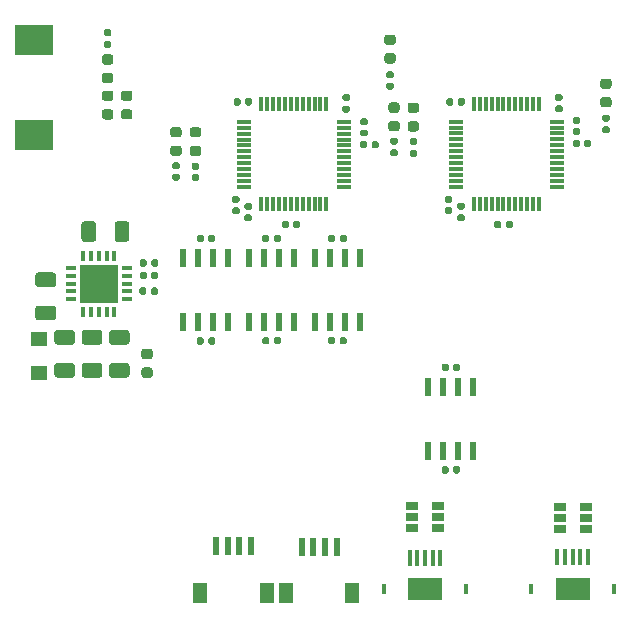
<source format=gbr>
G04 #@! TF.GenerationSoftware,KiCad,Pcbnew,5.1.6-c6e7f7d~87~ubuntu19.10.1*
G04 #@! TF.CreationDate,2021-03-31T16:12:46-04:00*
G04 #@! TF.ProjectId,helios,68656c69-6f73-42e6-9b69-6361645f7063,v1.0*
G04 #@! TF.SameCoordinates,Original*
G04 #@! TF.FileFunction,Paste,Top*
G04 #@! TF.FilePolarity,Positive*
%FSLAX46Y46*%
G04 Gerber Fmt 4.6, Leading zero omitted, Abs format (unit mm)*
G04 Created by KiCad (PCBNEW 5.1.6-c6e7f7d~87~ubuntu19.10.1) date 2021-03-31 16:12:46*
%MOMM*%
%LPD*%
G01*
G04 APERTURE LIST*
%ADD10C,0.152400*%
%ADD11R,1.400000X1.300000*%
%ADD12R,0.609600X1.549400*%
%ADD13R,0.300000X0.850000*%
%ADD14R,2.900000X1.900000*%
%ADD15R,0.400000X1.350000*%
%ADD16R,0.600000X1.550000*%
%ADD17R,1.200000X1.800000*%
%ADD18R,3.200400X2.501900*%
%ADD19R,1.193800X0.304800*%
%ADD20R,0.304800X1.193800*%
%ADD21R,1.060000X0.650000*%
%ADD22R,0.304800X0.965200*%
%ADD23R,0.965200X0.304800*%
%ADD24R,3.200400X3.200400*%
G04 APERTURE END LIST*
D10*
G04 #@! TO.C,U12*
X124999800Y-103950200D02*
X126400000Y-103950200D01*
X126400000Y-103950200D02*
X126400000Y-102550000D01*
X126400000Y-102550000D02*
X124999800Y-102550000D01*
X124999800Y-102550000D02*
X124999800Y-103950200D01*
X126600000Y-103950200D02*
X128000200Y-103950200D01*
X128000200Y-103950200D02*
X128000200Y-102550000D01*
X128000200Y-102550000D02*
X126600000Y-102550000D01*
X126600000Y-102550000D02*
X126600000Y-103950200D01*
X124999800Y-102350000D02*
X126400000Y-102350000D01*
X126400000Y-102350000D02*
X126400000Y-100949800D01*
X126400000Y-100949800D02*
X124999800Y-100949800D01*
X124999800Y-100949800D02*
X124999800Y-102350000D01*
X126600000Y-102350000D02*
X128000200Y-102350000D01*
X128000200Y-102350000D02*
X128000200Y-100949800D01*
X128000200Y-100949800D02*
X126600000Y-100949800D01*
X126600000Y-100949800D02*
X126600000Y-102350000D01*
G04 #@! TD*
D11*
G04 #@! TO.C,D7*
X121450000Y-107100000D03*
X121450000Y-110000000D03*
G04 #@! TD*
D12*
G04 #@! TO.C,U3*
X148601000Y-100274000D03*
X147331000Y-100274000D03*
X146061000Y-100274000D03*
X144791000Y-100274000D03*
X144791000Y-105674000D03*
X146061000Y-105674000D03*
X147331000Y-105674000D03*
X148601000Y-105674000D03*
G04 #@! TD*
G04 #@! TO.C,U5*
X158205000Y-111190000D03*
X156935000Y-111190000D03*
X155665000Y-111190000D03*
X154395000Y-111190000D03*
X154395000Y-116590000D03*
X155665000Y-116590000D03*
X156935000Y-116590000D03*
X158205000Y-116590000D03*
G04 #@! TD*
G04 #@! TO.C,U2*
X137461000Y-105664000D03*
X136191000Y-105664000D03*
X134921000Y-105664000D03*
X133651000Y-105664000D03*
X133651000Y-100264000D03*
X134921000Y-100264000D03*
X136191000Y-100264000D03*
X137461000Y-100264000D03*
G04 #@! TD*
G04 #@! TO.C,U4*
X143021000Y-105664000D03*
X141751000Y-105664000D03*
X140481000Y-105664000D03*
X139211000Y-105664000D03*
X139211000Y-100264000D03*
X140481000Y-100264000D03*
X141751000Y-100264000D03*
X143021000Y-100264000D03*
G04 #@! TD*
G04 #@! TO.C,C1*
G36*
G01*
X141896000Y-98461500D02*
X141896000Y-98806500D01*
G75*
G02*
X141748500Y-98954000I-147500J0D01*
G01*
X141453500Y-98954000D01*
G75*
G02*
X141306000Y-98806500I0J147500D01*
G01*
X141306000Y-98461500D01*
G75*
G02*
X141453500Y-98314000I147500J0D01*
G01*
X141748500Y-98314000D01*
G75*
G02*
X141896000Y-98461500I0J-147500D01*
G01*
G37*
G36*
G01*
X140926000Y-98461500D02*
X140926000Y-98806500D01*
G75*
G02*
X140778500Y-98954000I-147500J0D01*
G01*
X140483500Y-98954000D01*
G75*
G02*
X140336000Y-98806500I0J147500D01*
G01*
X140336000Y-98461500D01*
G75*
G02*
X140483500Y-98314000I147500J0D01*
G01*
X140778500Y-98314000D01*
G75*
G02*
X140926000Y-98461500I0J-147500D01*
G01*
G37*
G04 #@! TD*
G04 #@! TO.C,C2*
G36*
G01*
X146501000Y-98461500D02*
X146501000Y-98806500D01*
G75*
G02*
X146353500Y-98954000I-147500J0D01*
G01*
X146058500Y-98954000D01*
G75*
G02*
X145911000Y-98806500I0J147500D01*
G01*
X145911000Y-98461500D01*
G75*
G02*
X146058500Y-98314000I147500J0D01*
G01*
X146353500Y-98314000D01*
G75*
G02*
X146501000Y-98461500I0J-147500D01*
G01*
G37*
G36*
G01*
X147471000Y-98461500D02*
X147471000Y-98806500D01*
G75*
G02*
X147323500Y-98954000I-147500J0D01*
G01*
X147028500Y-98954000D01*
G75*
G02*
X146881000Y-98806500I0J147500D01*
G01*
X146881000Y-98461500D01*
G75*
G02*
X147028500Y-98314000I147500J0D01*
G01*
X147323500Y-98314000D01*
G75*
G02*
X147471000Y-98461500I0J-147500D01*
G01*
G37*
G04 #@! TD*
G04 #@! TO.C,C3*
G36*
G01*
X142585000Y-97277500D02*
X142585000Y-97622500D01*
G75*
G02*
X142437500Y-97770000I-147500J0D01*
G01*
X142142500Y-97770000D01*
G75*
G02*
X141995000Y-97622500I0J147500D01*
G01*
X141995000Y-97277500D01*
G75*
G02*
X142142500Y-97130000I147500J0D01*
G01*
X142437500Y-97130000D01*
G75*
G02*
X142585000Y-97277500I0J-147500D01*
G01*
G37*
G36*
G01*
X143555000Y-97277500D02*
X143555000Y-97622500D01*
G75*
G02*
X143407500Y-97770000I-147500J0D01*
G01*
X143112500Y-97770000D01*
G75*
G02*
X142965000Y-97622500I0J147500D01*
G01*
X142965000Y-97277500D01*
G75*
G02*
X143112500Y-97130000I147500J0D01*
G01*
X143407500Y-97130000D01*
G75*
G02*
X143555000Y-97277500I0J-147500D01*
G01*
G37*
G04 #@! TD*
G04 #@! TO.C,C4*
G36*
G01*
X161555000Y-97277500D02*
X161555000Y-97622500D01*
G75*
G02*
X161407500Y-97770000I-147500J0D01*
G01*
X161112500Y-97770000D01*
G75*
G02*
X160965000Y-97622500I0J147500D01*
G01*
X160965000Y-97277500D01*
G75*
G02*
X161112500Y-97130000I147500J0D01*
G01*
X161407500Y-97130000D01*
G75*
G02*
X161555000Y-97277500I0J-147500D01*
G01*
G37*
G36*
G01*
X160585000Y-97277500D02*
X160585000Y-97622500D01*
G75*
G02*
X160437500Y-97770000I-147500J0D01*
G01*
X160142500Y-97770000D01*
G75*
G02*
X159995000Y-97622500I0J147500D01*
G01*
X159995000Y-97277500D01*
G75*
G02*
X160142500Y-97130000I147500J0D01*
G01*
X160437500Y-97130000D01*
G75*
G02*
X160585000Y-97277500I0J-147500D01*
G01*
G37*
G04 #@! TD*
G04 #@! TO.C,C5*
G36*
G01*
X136346000Y-98461500D02*
X136346000Y-98806500D01*
G75*
G02*
X136198500Y-98954000I-147500J0D01*
G01*
X135903500Y-98954000D01*
G75*
G02*
X135756000Y-98806500I0J147500D01*
G01*
X135756000Y-98461500D01*
G75*
G02*
X135903500Y-98314000I147500J0D01*
G01*
X136198500Y-98314000D01*
G75*
G02*
X136346000Y-98461500I0J-147500D01*
G01*
G37*
G36*
G01*
X135376000Y-98461500D02*
X135376000Y-98806500D01*
G75*
G02*
X135228500Y-98954000I-147500J0D01*
G01*
X134933500Y-98954000D01*
G75*
G02*
X134786000Y-98806500I0J147500D01*
G01*
X134786000Y-98461500D01*
G75*
G02*
X134933500Y-98314000I147500J0D01*
G01*
X135228500Y-98314000D01*
G75*
G02*
X135376000Y-98461500I0J-147500D01*
G01*
G37*
G04 #@! TD*
G04 #@! TO.C,C6*
G36*
G01*
X157085000Y-109367500D02*
X157085000Y-109712500D01*
G75*
G02*
X156937500Y-109860000I-147500J0D01*
G01*
X156642500Y-109860000D01*
G75*
G02*
X156495000Y-109712500I0J147500D01*
G01*
X156495000Y-109367500D01*
G75*
G02*
X156642500Y-109220000I147500J0D01*
G01*
X156937500Y-109220000D01*
G75*
G02*
X157085000Y-109367500I0J-147500D01*
G01*
G37*
G36*
G01*
X156115000Y-109367500D02*
X156115000Y-109712500D01*
G75*
G02*
X155967500Y-109860000I-147500J0D01*
G01*
X155672500Y-109860000D01*
G75*
G02*
X155525000Y-109712500I0J147500D01*
G01*
X155525000Y-109367500D01*
G75*
G02*
X155672500Y-109220000I147500J0D01*
G01*
X155967500Y-109220000D01*
G75*
G02*
X156115000Y-109367500I0J-147500D01*
G01*
G37*
G04 #@! TD*
G04 #@! TO.C,C7*
G36*
G01*
X138977500Y-96595000D02*
X139322500Y-96595000D01*
G75*
G02*
X139470000Y-96742500I0J-147500D01*
G01*
X139470000Y-97037500D01*
G75*
G02*
X139322500Y-97185000I-147500J0D01*
G01*
X138977500Y-97185000D01*
G75*
G02*
X138830000Y-97037500I0J147500D01*
G01*
X138830000Y-96742500D01*
G75*
G02*
X138977500Y-96595000I147500J0D01*
G01*
G37*
G36*
G01*
X138977500Y-95625000D02*
X139322500Y-95625000D01*
G75*
G02*
X139470000Y-95772500I0J-147500D01*
G01*
X139470000Y-96067500D01*
G75*
G02*
X139322500Y-96215000I-147500J0D01*
G01*
X138977500Y-96215000D01*
G75*
G02*
X138830000Y-96067500I0J147500D01*
G01*
X138830000Y-95772500D01*
G75*
G02*
X138977500Y-95625000I147500J0D01*
G01*
G37*
G04 #@! TD*
G04 #@! TO.C,C8*
G36*
G01*
X137927500Y-95025000D02*
X138272500Y-95025000D01*
G75*
G02*
X138420000Y-95172500I0J-147500D01*
G01*
X138420000Y-95467500D01*
G75*
G02*
X138272500Y-95615000I-147500J0D01*
G01*
X137927500Y-95615000D01*
G75*
G02*
X137780000Y-95467500I0J147500D01*
G01*
X137780000Y-95172500D01*
G75*
G02*
X137927500Y-95025000I147500J0D01*
G01*
G37*
G36*
G01*
X137927500Y-95995000D02*
X138272500Y-95995000D01*
G75*
G02*
X138420000Y-96142500I0J-147500D01*
G01*
X138420000Y-96437500D01*
G75*
G02*
X138272500Y-96585000I-147500J0D01*
G01*
X137927500Y-96585000D01*
G75*
G02*
X137780000Y-96437500I0J147500D01*
G01*
X137780000Y-96142500D01*
G75*
G02*
X137927500Y-95995000I147500J0D01*
G01*
G37*
G04 #@! TD*
G04 #@! TO.C,C9*
G36*
G01*
X138505000Y-86887500D02*
X138505000Y-87232500D01*
G75*
G02*
X138357500Y-87380000I-147500J0D01*
G01*
X138062500Y-87380000D01*
G75*
G02*
X137915000Y-87232500I0J147500D01*
G01*
X137915000Y-86887500D01*
G75*
G02*
X138062500Y-86740000I147500J0D01*
G01*
X138357500Y-86740000D01*
G75*
G02*
X138505000Y-86887500I0J-147500D01*
G01*
G37*
G36*
G01*
X139475000Y-86887500D02*
X139475000Y-87232500D01*
G75*
G02*
X139327500Y-87380000I-147500J0D01*
G01*
X139032500Y-87380000D01*
G75*
G02*
X138885000Y-87232500I0J147500D01*
G01*
X138885000Y-86887500D01*
G75*
G02*
X139032500Y-86740000I147500J0D01*
G01*
X139327500Y-86740000D01*
G75*
G02*
X139475000Y-86887500I0J-147500D01*
G01*
G37*
G04 #@! TD*
G04 #@! TO.C,C10*
G36*
G01*
X147612500Y-87970000D02*
X147267500Y-87970000D01*
G75*
G02*
X147120000Y-87822500I0J147500D01*
G01*
X147120000Y-87527500D01*
G75*
G02*
X147267500Y-87380000I147500J0D01*
G01*
X147612500Y-87380000D01*
G75*
G02*
X147760000Y-87527500I0J-147500D01*
G01*
X147760000Y-87822500D01*
G75*
G02*
X147612500Y-87970000I-147500J0D01*
G01*
G37*
G36*
G01*
X147612500Y-87000000D02*
X147267500Y-87000000D01*
G75*
G02*
X147120000Y-86852500I0J147500D01*
G01*
X147120000Y-86557500D01*
G75*
G02*
X147267500Y-86410000I147500J0D01*
G01*
X147612500Y-86410000D01*
G75*
G02*
X147760000Y-86557500I0J-147500D01*
G01*
X147760000Y-86852500D01*
G75*
G02*
X147612500Y-87000000I-147500J0D01*
G01*
G37*
G04 #@! TD*
G04 #@! TO.C,C11*
G36*
G01*
X149600000Y-90862500D02*
X149600000Y-90517500D01*
G75*
G02*
X149747500Y-90370000I147500J0D01*
G01*
X150042500Y-90370000D01*
G75*
G02*
X150190000Y-90517500I0J-147500D01*
G01*
X150190000Y-90862500D01*
G75*
G02*
X150042500Y-91010000I-147500J0D01*
G01*
X149747500Y-91010000D01*
G75*
G02*
X149600000Y-90862500I0J147500D01*
G01*
G37*
G36*
G01*
X148630000Y-90862500D02*
X148630000Y-90517500D01*
G75*
G02*
X148777500Y-90370000I147500J0D01*
G01*
X149072500Y-90370000D01*
G75*
G02*
X149220000Y-90517500I0J-147500D01*
G01*
X149220000Y-90862500D01*
G75*
G02*
X149072500Y-91010000I-147500J0D01*
G01*
X148777500Y-91010000D01*
G75*
G02*
X148630000Y-90862500I0J147500D01*
G01*
G37*
G04 #@! TD*
G04 #@! TO.C,C12*
G36*
G01*
X149122500Y-89025000D02*
X148777500Y-89025000D01*
G75*
G02*
X148630000Y-88877500I0J147500D01*
G01*
X148630000Y-88582500D01*
G75*
G02*
X148777500Y-88435000I147500J0D01*
G01*
X149122500Y-88435000D01*
G75*
G02*
X149270000Y-88582500I0J-147500D01*
G01*
X149270000Y-88877500D01*
G75*
G02*
X149122500Y-89025000I-147500J0D01*
G01*
G37*
G36*
G01*
X149122500Y-89995000D02*
X148777500Y-89995000D01*
G75*
G02*
X148630000Y-89847500I0J147500D01*
G01*
X148630000Y-89552500D01*
G75*
G02*
X148777500Y-89405000I147500J0D01*
G01*
X149122500Y-89405000D01*
G75*
G02*
X149270000Y-89552500I0J-147500D01*
G01*
X149270000Y-89847500D01*
G75*
G02*
X149122500Y-89995000I-147500J0D01*
G01*
G37*
G04 #@! TD*
G04 #@! TO.C,C13*
G36*
G01*
X156987500Y-96585000D02*
X157332500Y-96585000D01*
G75*
G02*
X157480000Y-96732500I0J-147500D01*
G01*
X157480000Y-97027500D01*
G75*
G02*
X157332500Y-97175000I-147500J0D01*
G01*
X156987500Y-97175000D01*
G75*
G02*
X156840000Y-97027500I0J147500D01*
G01*
X156840000Y-96732500D01*
G75*
G02*
X156987500Y-96585000I147500J0D01*
G01*
G37*
G36*
G01*
X156987500Y-95615000D02*
X157332500Y-95615000D01*
G75*
G02*
X157480000Y-95762500I0J-147500D01*
G01*
X157480000Y-96057500D01*
G75*
G02*
X157332500Y-96205000I-147500J0D01*
G01*
X156987500Y-96205000D01*
G75*
G02*
X156840000Y-96057500I0J147500D01*
G01*
X156840000Y-95762500D01*
G75*
G02*
X156987500Y-95615000I147500J0D01*
G01*
G37*
G04 #@! TD*
G04 #@! TO.C,C14*
G36*
G01*
X155941500Y-95995000D02*
X156286500Y-95995000D01*
G75*
G02*
X156434000Y-96142500I0J-147500D01*
G01*
X156434000Y-96437500D01*
G75*
G02*
X156286500Y-96585000I-147500J0D01*
G01*
X155941500Y-96585000D01*
G75*
G02*
X155794000Y-96437500I0J147500D01*
G01*
X155794000Y-96142500D01*
G75*
G02*
X155941500Y-95995000I147500J0D01*
G01*
G37*
G36*
G01*
X155941500Y-95025000D02*
X156286500Y-95025000D01*
G75*
G02*
X156434000Y-95172500I0J-147500D01*
G01*
X156434000Y-95467500D01*
G75*
G02*
X156286500Y-95615000I-147500J0D01*
G01*
X155941500Y-95615000D01*
G75*
G02*
X155794000Y-95467500I0J147500D01*
G01*
X155794000Y-95172500D01*
G75*
G02*
X155941500Y-95025000I147500J0D01*
G01*
G37*
G04 #@! TD*
G04 #@! TO.C,C15*
G36*
G01*
X157485000Y-86887500D02*
X157485000Y-87232500D01*
G75*
G02*
X157337500Y-87380000I-147500J0D01*
G01*
X157042500Y-87380000D01*
G75*
G02*
X156895000Y-87232500I0J147500D01*
G01*
X156895000Y-86887500D01*
G75*
G02*
X157042500Y-86740000I147500J0D01*
G01*
X157337500Y-86740000D01*
G75*
G02*
X157485000Y-86887500I0J-147500D01*
G01*
G37*
G36*
G01*
X156515000Y-86887500D02*
X156515000Y-87232500D01*
G75*
G02*
X156367500Y-87380000I-147500J0D01*
G01*
X156072500Y-87380000D01*
G75*
G02*
X155925000Y-87232500I0J147500D01*
G01*
X155925000Y-86887500D01*
G75*
G02*
X156072500Y-86740000I147500J0D01*
G01*
X156367500Y-86740000D01*
G75*
G02*
X156515000Y-86887500I0J-147500D01*
G01*
G37*
G04 #@! TD*
G04 #@! TO.C,C16*
G36*
G01*
X165612500Y-86987000D02*
X165267500Y-86987000D01*
G75*
G02*
X165120000Y-86839500I0J147500D01*
G01*
X165120000Y-86544500D01*
G75*
G02*
X165267500Y-86397000I147500J0D01*
G01*
X165612500Y-86397000D01*
G75*
G02*
X165760000Y-86544500I0J-147500D01*
G01*
X165760000Y-86839500D01*
G75*
G02*
X165612500Y-86987000I-147500J0D01*
G01*
G37*
G36*
G01*
X165612500Y-87957000D02*
X165267500Y-87957000D01*
G75*
G02*
X165120000Y-87809500I0J147500D01*
G01*
X165120000Y-87514500D01*
G75*
G02*
X165267500Y-87367000I147500J0D01*
G01*
X165612500Y-87367000D01*
G75*
G02*
X165760000Y-87514500I0J-147500D01*
G01*
X165760000Y-87809500D01*
G75*
G02*
X165612500Y-87957000I-147500J0D01*
G01*
G37*
G04 #@! TD*
G04 #@! TO.C,C17*
G36*
G01*
X166630000Y-90752500D02*
X166630000Y-90407500D01*
G75*
G02*
X166777500Y-90260000I147500J0D01*
G01*
X167072500Y-90260000D01*
G75*
G02*
X167220000Y-90407500I0J-147500D01*
G01*
X167220000Y-90752500D01*
G75*
G02*
X167072500Y-90900000I-147500J0D01*
G01*
X166777500Y-90900000D01*
G75*
G02*
X166630000Y-90752500I0J147500D01*
G01*
G37*
G36*
G01*
X167600000Y-90752500D02*
X167600000Y-90407500D01*
G75*
G02*
X167747500Y-90260000I147500J0D01*
G01*
X168042500Y-90260000D01*
G75*
G02*
X168190000Y-90407500I0J-147500D01*
G01*
X168190000Y-90752500D01*
G75*
G02*
X168042500Y-90900000I-147500J0D01*
G01*
X167747500Y-90900000D01*
G75*
G02*
X167600000Y-90752500I0J147500D01*
G01*
G37*
G04 #@! TD*
G04 #@! TO.C,C18*
G36*
G01*
X167122500Y-88925000D02*
X166777500Y-88925000D01*
G75*
G02*
X166630000Y-88777500I0J147500D01*
G01*
X166630000Y-88482500D01*
G75*
G02*
X166777500Y-88335000I147500J0D01*
G01*
X167122500Y-88335000D01*
G75*
G02*
X167270000Y-88482500I0J-147500D01*
G01*
X167270000Y-88777500D01*
G75*
G02*
X167122500Y-88925000I-147500J0D01*
G01*
G37*
G36*
G01*
X167122500Y-89895000D02*
X166777500Y-89895000D01*
G75*
G02*
X166630000Y-89747500I0J147500D01*
G01*
X166630000Y-89452500D01*
G75*
G02*
X166777500Y-89305000I147500J0D01*
G01*
X167122500Y-89305000D01*
G75*
G02*
X167270000Y-89452500I0J-147500D01*
G01*
X167270000Y-89747500D01*
G75*
G02*
X167122500Y-89895000I-147500J0D01*
G01*
G37*
G04 #@! TD*
G04 #@! TO.C,C23*
G36*
G01*
X129935000Y-103272500D02*
X129935000Y-102927500D01*
G75*
G02*
X130082500Y-102780000I147500J0D01*
G01*
X130377500Y-102780000D01*
G75*
G02*
X130525000Y-102927500I0J-147500D01*
G01*
X130525000Y-103272500D01*
G75*
G02*
X130377500Y-103420000I-147500J0D01*
G01*
X130082500Y-103420000D01*
G75*
G02*
X129935000Y-103272500I0J147500D01*
G01*
G37*
G36*
G01*
X130905000Y-103272500D02*
X130905000Y-102927500D01*
G75*
G02*
X131052500Y-102780000I147500J0D01*
G01*
X131347500Y-102780000D01*
G75*
G02*
X131495000Y-102927500I0J-147500D01*
G01*
X131495000Y-103272500D01*
G75*
G02*
X131347500Y-103420000I-147500J0D01*
G01*
X131052500Y-103420000D01*
G75*
G02*
X130905000Y-103272500I0J147500D01*
G01*
G37*
G04 #@! TD*
G04 #@! TO.C,C25*
G36*
G01*
X126983750Y-86107500D02*
X127496250Y-86107500D01*
G75*
G02*
X127715000Y-86326250I0J-218750D01*
G01*
X127715000Y-86763750D01*
G75*
G02*
X127496250Y-86982500I-218750J0D01*
G01*
X126983750Y-86982500D01*
G75*
G02*
X126765000Y-86763750I0J218750D01*
G01*
X126765000Y-86326250D01*
G75*
G02*
X126983750Y-86107500I218750J0D01*
G01*
G37*
G36*
G01*
X126983750Y-87682500D02*
X127496250Y-87682500D01*
G75*
G02*
X127715000Y-87901250I0J-218750D01*
G01*
X127715000Y-88338750D01*
G75*
G02*
X127496250Y-88557500I-218750J0D01*
G01*
X126983750Y-88557500D01*
G75*
G02*
X126765000Y-88338750I0J218750D01*
G01*
X126765000Y-87901250D01*
G75*
G02*
X126983750Y-87682500I218750J0D01*
G01*
G37*
G04 #@! TD*
G04 #@! TO.C,C26*
G36*
G01*
X128593750Y-87680000D02*
X129106250Y-87680000D01*
G75*
G02*
X129325000Y-87898750I0J-218750D01*
G01*
X129325000Y-88336250D01*
G75*
G02*
X129106250Y-88555000I-218750J0D01*
G01*
X128593750Y-88555000D01*
G75*
G02*
X128375000Y-88336250I0J218750D01*
G01*
X128375000Y-87898750D01*
G75*
G02*
X128593750Y-87680000I218750J0D01*
G01*
G37*
G36*
G01*
X128593750Y-86105000D02*
X129106250Y-86105000D01*
G75*
G02*
X129325000Y-86323750I0J-218750D01*
G01*
X129325000Y-86761250D01*
G75*
G02*
X129106250Y-86980000I-218750J0D01*
G01*
X128593750Y-86980000D01*
G75*
G02*
X128375000Y-86761250I0J218750D01*
G01*
X128375000Y-86323750D01*
G75*
G02*
X128593750Y-86105000I218750J0D01*
G01*
G37*
G04 #@! TD*
G04 #@! TO.C,D1*
G36*
G01*
X134936250Y-91655000D02*
X134423750Y-91655000D01*
G75*
G02*
X134205000Y-91436250I0J218750D01*
G01*
X134205000Y-90998750D01*
G75*
G02*
X134423750Y-90780000I218750J0D01*
G01*
X134936250Y-90780000D01*
G75*
G02*
X135155000Y-90998750I0J-218750D01*
G01*
X135155000Y-91436250D01*
G75*
G02*
X134936250Y-91655000I-218750J0D01*
G01*
G37*
G36*
G01*
X134936250Y-90080000D02*
X134423750Y-90080000D01*
G75*
G02*
X134205000Y-89861250I0J218750D01*
G01*
X134205000Y-89423750D01*
G75*
G02*
X134423750Y-89205000I218750J0D01*
G01*
X134936250Y-89205000D01*
G75*
G02*
X135155000Y-89423750I0J-218750D01*
G01*
X135155000Y-89861250D01*
G75*
G02*
X134936250Y-90080000I-218750J0D01*
G01*
G37*
G04 #@! TD*
G04 #@! TO.C,D2*
G36*
G01*
X133286250Y-91652500D02*
X132773750Y-91652500D01*
G75*
G02*
X132555000Y-91433750I0J218750D01*
G01*
X132555000Y-90996250D01*
G75*
G02*
X132773750Y-90777500I218750J0D01*
G01*
X133286250Y-90777500D01*
G75*
G02*
X133505000Y-90996250I0J-218750D01*
G01*
X133505000Y-91433750D01*
G75*
G02*
X133286250Y-91652500I-218750J0D01*
G01*
G37*
G36*
G01*
X133286250Y-90077500D02*
X132773750Y-90077500D01*
G75*
G02*
X132555000Y-89858750I0J218750D01*
G01*
X132555000Y-89421250D01*
G75*
G02*
X132773750Y-89202500I218750J0D01*
G01*
X133286250Y-89202500D01*
G75*
G02*
X133505000Y-89421250I0J-218750D01*
G01*
X133505000Y-89858750D01*
G75*
G02*
X133286250Y-90077500I-218750J0D01*
G01*
G37*
G04 #@! TD*
G04 #@! TO.C,D3*
G36*
G01*
X151411251Y-82244999D02*
X150898751Y-82244999D01*
G75*
G02*
X150680001Y-82026249I0J218750D01*
G01*
X150680001Y-81588749D01*
G75*
G02*
X150898751Y-81369999I218750J0D01*
G01*
X151411251Y-81369999D01*
G75*
G02*
X151630001Y-81588749I0J-218750D01*
G01*
X151630001Y-82026249D01*
G75*
G02*
X151411251Y-82244999I-218750J0D01*
G01*
G37*
G36*
G01*
X151411251Y-83819999D02*
X150898751Y-83819999D01*
G75*
G02*
X150680001Y-83601249I0J218750D01*
G01*
X150680001Y-83163749D01*
G75*
G02*
X150898751Y-82944999I218750J0D01*
G01*
X151411251Y-82944999D01*
G75*
G02*
X151630001Y-83163749I0J-218750D01*
G01*
X151630001Y-83601249D01*
G75*
G02*
X151411251Y-83819999I-218750J0D01*
G01*
G37*
G04 #@! TD*
G04 #@! TO.C,D4*
G36*
G01*
X153386250Y-88000000D02*
X152873750Y-88000000D01*
G75*
G02*
X152655000Y-87781250I0J218750D01*
G01*
X152655000Y-87343750D01*
G75*
G02*
X152873750Y-87125000I218750J0D01*
G01*
X153386250Y-87125000D01*
G75*
G02*
X153605000Y-87343750I0J-218750D01*
G01*
X153605000Y-87781250D01*
G75*
G02*
X153386250Y-88000000I-218750J0D01*
G01*
G37*
G36*
G01*
X153386250Y-89575000D02*
X152873750Y-89575000D01*
G75*
G02*
X152655000Y-89356250I0J218750D01*
G01*
X152655000Y-88918750D01*
G75*
G02*
X152873750Y-88700000I218750J0D01*
G01*
X153386250Y-88700000D01*
G75*
G02*
X153605000Y-88918750I0J-218750D01*
G01*
X153605000Y-89356250D01*
G75*
G02*
X153386250Y-89575000I-218750J0D01*
G01*
G37*
G04 #@! TD*
G04 #@! TO.C,D5*
G36*
G01*
X151746250Y-87987500D02*
X151233750Y-87987500D01*
G75*
G02*
X151015000Y-87768750I0J218750D01*
G01*
X151015000Y-87331250D01*
G75*
G02*
X151233750Y-87112500I218750J0D01*
G01*
X151746250Y-87112500D01*
G75*
G02*
X151965000Y-87331250I0J-218750D01*
G01*
X151965000Y-87768750D01*
G75*
G02*
X151746250Y-87987500I-218750J0D01*
G01*
G37*
G36*
G01*
X151746250Y-89562500D02*
X151233750Y-89562500D01*
G75*
G02*
X151015000Y-89343750I0J218750D01*
G01*
X151015000Y-88906250D01*
G75*
G02*
X151233750Y-88687500I218750J0D01*
G01*
X151746250Y-88687500D01*
G75*
G02*
X151965000Y-88906250I0J-218750D01*
G01*
X151965000Y-89343750D01*
G75*
G02*
X151746250Y-89562500I-218750J0D01*
G01*
G37*
G04 #@! TD*
G04 #@! TO.C,D6*
G36*
G01*
X169691251Y-87539999D02*
X169178751Y-87539999D01*
G75*
G02*
X168960001Y-87321249I0J218750D01*
G01*
X168960001Y-86883749D01*
G75*
G02*
X169178751Y-86664999I218750J0D01*
G01*
X169691251Y-86664999D01*
G75*
G02*
X169910001Y-86883749I0J-218750D01*
G01*
X169910001Y-87321249D01*
G75*
G02*
X169691251Y-87539999I-218750J0D01*
G01*
G37*
G36*
G01*
X169691251Y-85964999D02*
X169178751Y-85964999D01*
G75*
G02*
X168960001Y-85746249I0J218750D01*
G01*
X168960001Y-85308749D01*
G75*
G02*
X169178751Y-85089999I218750J0D01*
G01*
X169691251Y-85089999D01*
G75*
G02*
X169910001Y-85308749I0J-218750D01*
G01*
X169910001Y-85746249D01*
G75*
G02*
X169691251Y-85964999I-218750J0D01*
G01*
G37*
G04 #@! TD*
G04 #@! TO.C,D8*
G36*
G01*
X126993750Y-83035000D02*
X127506250Y-83035000D01*
G75*
G02*
X127725000Y-83253750I0J-218750D01*
G01*
X127725000Y-83691250D01*
G75*
G02*
X127506250Y-83910000I-218750J0D01*
G01*
X126993750Y-83910000D01*
G75*
G02*
X126775000Y-83691250I0J218750D01*
G01*
X126775000Y-83253750D01*
G75*
G02*
X126993750Y-83035000I218750J0D01*
G01*
G37*
G36*
G01*
X126993750Y-84610000D02*
X127506250Y-84610000D01*
G75*
G02*
X127725000Y-84828750I0J-218750D01*
G01*
X127725000Y-85266250D01*
G75*
G02*
X127506250Y-85485000I-218750J0D01*
G01*
X126993750Y-85485000D01*
G75*
G02*
X126775000Y-85266250I0J218750D01*
G01*
X126775000Y-84828750D01*
G75*
G02*
X126993750Y-84610000I218750J0D01*
G01*
G37*
G04 #@! TD*
G04 #@! TO.C,F1*
G36*
G01*
X130836250Y-110425000D02*
X130323750Y-110425000D01*
G75*
G02*
X130105000Y-110206250I0J218750D01*
G01*
X130105000Y-109768750D01*
G75*
G02*
X130323750Y-109550000I218750J0D01*
G01*
X130836250Y-109550000D01*
G75*
G02*
X131055000Y-109768750I0J-218750D01*
G01*
X131055000Y-110206250D01*
G75*
G02*
X130836250Y-110425000I-218750J0D01*
G01*
G37*
G36*
G01*
X130836250Y-108850000D02*
X130323750Y-108850000D01*
G75*
G02*
X130105000Y-108631250I0J218750D01*
G01*
X130105000Y-108193750D01*
G75*
G02*
X130323750Y-107975000I218750J0D01*
G01*
X130836250Y-107975000D01*
G75*
G02*
X131055000Y-108193750I0J-218750D01*
G01*
X131055000Y-108631250D01*
G75*
G02*
X130836250Y-108850000I-218750J0D01*
G01*
G37*
G04 #@! TD*
D13*
G04 #@! TO.C,J7*
X150620000Y-128330000D03*
X157620000Y-128330000D03*
D14*
X154120000Y-128330000D03*
D15*
X154770000Y-125655000D03*
X155420000Y-125655000D03*
X154120000Y-125655000D03*
X153470000Y-125655000D03*
X152820000Y-125655000D03*
G04 #@! TD*
G04 #@! TO.C,J8*
X165320000Y-125635000D03*
X165970000Y-125635000D03*
X166620000Y-125635000D03*
X167920000Y-125635000D03*
X167270000Y-125635000D03*
D14*
X166620000Y-128310000D03*
D13*
X170120000Y-128310000D03*
X163120000Y-128310000D03*
G04 #@! TD*
D16*
G04 #@! TO.C,J25*
X137400000Y-124706000D03*
X138400000Y-124706000D03*
X136400000Y-124706000D03*
X139400000Y-124706000D03*
D17*
X135100000Y-128606000D03*
X140700000Y-128606000D03*
G04 #@! TD*
G04 #@! TO.C,J26*
X147960000Y-128616000D03*
X142360000Y-128616000D03*
D16*
X146660000Y-124716000D03*
X143660000Y-124716000D03*
X145660000Y-124716000D03*
X144660000Y-124716000D03*
G04 #@! TD*
D18*
G04 #@! TO.C,L1*
X121030000Y-89904950D03*
X121030000Y-81815050D03*
G04 #@! TD*
G04 #@! TO.C,R1*
G36*
G01*
X136356000Y-107141500D02*
X136356000Y-107486500D01*
G75*
G02*
X136208500Y-107634000I-147500J0D01*
G01*
X135913500Y-107634000D01*
G75*
G02*
X135766000Y-107486500I0J147500D01*
G01*
X135766000Y-107141500D01*
G75*
G02*
X135913500Y-106994000I147500J0D01*
G01*
X136208500Y-106994000D01*
G75*
G02*
X136356000Y-107141500I0J-147500D01*
G01*
G37*
G36*
G01*
X135386000Y-107141500D02*
X135386000Y-107486500D01*
G75*
G02*
X135238500Y-107634000I-147500J0D01*
G01*
X134943500Y-107634000D01*
G75*
G02*
X134796000Y-107486500I0J147500D01*
G01*
X134796000Y-107141500D01*
G75*
G02*
X134943500Y-106994000I147500J0D01*
G01*
X135238500Y-106994000D01*
G75*
G02*
X135386000Y-107141500I0J-147500D01*
G01*
G37*
G04 #@! TD*
G04 #@! TO.C,R2*
G36*
G01*
X146501000Y-107111500D02*
X146501000Y-107456500D01*
G75*
G02*
X146353500Y-107604000I-147500J0D01*
G01*
X146058500Y-107604000D01*
G75*
G02*
X145911000Y-107456500I0J147500D01*
G01*
X145911000Y-107111500D01*
G75*
G02*
X146058500Y-106964000I147500J0D01*
G01*
X146353500Y-106964000D01*
G75*
G02*
X146501000Y-107111500I0J-147500D01*
G01*
G37*
G36*
G01*
X147471000Y-107111500D02*
X147471000Y-107456500D01*
G75*
G02*
X147323500Y-107604000I-147500J0D01*
G01*
X147028500Y-107604000D01*
G75*
G02*
X146881000Y-107456500I0J147500D01*
G01*
X146881000Y-107111500D01*
G75*
G02*
X147028500Y-106964000I147500J0D01*
G01*
X147323500Y-106964000D01*
G75*
G02*
X147471000Y-107111500I0J-147500D01*
G01*
G37*
G04 #@! TD*
G04 #@! TO.C,R3*
G36*
G01*
X140936000Y-107111500D02*
X140936000Y-107456500D01*
G75*
G02*
X140788500Y-107604000I-147500J0D01*
G01*
X140493500Y-107604000D01*
G75*
G02*
X140346000Y-107456500I0J147500D01*
G01*
X140346000Y-107111500D01*
G75*
G02*
X140493500Y-106964000I147500J0D01*
G01*
X140788500Y-106964000D01*
G75*
G02*
X140936000Y-107111500I0J-147500D01*
G01*
G37*
G36*
G01*
X141906000Y-107111500D02*
X141906000Y-107456500D01*
G75*
G02*
X141758500Y-107604000I-147500J0D01*
G01*
X141463500Y-107604000D01*
G75*
G02*
X141316000Y-107456500I0J147500D01*
G01*
X141316000Y-107111500D01*
G75*
G02*
X141463500Y-106964000I147500J0D01*
G01*
X141758500Y-106964000D01*
G75*
G02*
X141906000Y-107111500I0J-147500D01*
G01*
G37*
G04 #@! TD*
G04 #@! TO.C,R4*
G36*
G01*
X156115000Y-118037500D02*
X156115000Y-118382500D01*
G75*
G02*
X155967500Y-118530000I-147500J0D01*
G01*
X155672500Y-118530000D01*
G75*
G02*
X155525000Y-118382500I0J147500D01*
G01*
X155525000Y-118037500D01*
G75*
G02*
X155672500Y-117890000I147500J0D01*
G01*
X155967500Y-117890000D01*
G75*
G02*
X156115000Y-118037500I0J-147500D01*
G01*
G37*
G36*
G01*
X157085000Y-118037500D02*
X157085000Y-118382500D01*
G75*
G02*
X156937500Y-118530000I-147500J0D01*
G01*
X156642500Y-118530000D01*
G75*
G02*
X156495000Y-118382500I0J147500D01*
G01*
X156495000Y-118037500D01*
G75*
G02*
X156642500Y-117890000I147500J0D01*
G01*
X156937500Y-117890000D01*
G75*
G02*
X157085000Y-118037500I0J-147500D01*
G01*
G37*
G04 #@! TD*
G04 #@! TO.C,R5*
G36*
G01*
X134507500Y-92200000D02*
X134852500Y-92200000D01*
G75*
G02*
X135000000Y-92347500I0J-147500D01*
G01*
X135000000Y-92642500D01*
G75*
G02*
X134852500Y-92790000I-147500J0D01*
G01*
X134507500Y-92790000D01*
G75*
G02*
X134360000Y-92642500I0J147500D01*
G01*
X134360000Y-92347500D01*
G75*
G02*
X134507500Y-92200000I147500J0D01*
G01*
G37*
G36*
G01*
X134507500Y-93170000D02*
X134852500Y-93170000D01*
G75*
G02*
X135000000Y-93317500I0J-147500D01*
G01*
X135000000Y-93612500D01*
G75*
G02*
X134852500Y-93760000I-147500J0D01*
G01*
X134507500Y-93760000D01*
G75*
G02*
X134360000Y-93612500I0J147500D01*
G01*
X134360000Y-93317500D01*
G75*
G02*
X134507500Y-93170000I147500J0D01*
G01*
G37*
G04 #@! TD*
G04 #@! TO.C,R6*
G36*
G01*
X132857500Y-92185000D02*
X133202500Y-92185000D01*
G75*
G02*
X133350000Y-92332500I0J-147500D01*
G01*
X133350000Y-92627500D01*
G75*
G02*
X133202500Y-92775000I-147500J0D01*
G01*
X132857500Y-92775000D01*
G75*
G02*
X132710000Y-92627500I0J147500D01*
G01*
X132710000Y-92332500D01*
G75*
G02*
X132857500Y-92185000I147500J0D01*
G01*
G37*
G36*
G01*
X132857500Y-93155000D02*
X133202500Y-93155000D01*
G75*
G02*
X133350000Y-93302500I0J-147500D01*
G01*
X133350000Y-93597500D01*
G75*
G02*
X133202500Y-93745000I-147500J0D01*
G01*
X132857500Y-93745000D01*
G75*
G02*
X132710000Y-93597500I0J147500D01*
G01*
X132710000Y-93302500D01*
G75*
G02*
X132857500Y-93155000I147500J0D01*
G01*
G37*
G04 #@! TD*
G04 #@! TO.C,R7*
G36*
G01*
X150977500Y-84470000D02*
X151322500Y-84470000D01*
G75*
G02*
X151470000Y-84617500I0J-147500D01*
G01*
X151470000Y-84912500D01*
G75*
G02*
X151322500Y-85060000I-147500J0D01*
G01*
X150977500Y-85060000D01*
G75*
G02*
X150830000Y-84912500I0J147500D01*
G01*
X150830000Y-84617500D01*
G75*
G02*
X150977500Y-84470000I147500J0D01*
G01*
G37*
G36*
G01*
X150977500Y-85440000D02*
X151322500Y-85440000D01*
G75*
G02*
X151470000Y-85587500I0J-147500D01*
G01*
X151470000Y-85882500D01*
G75*
G02*
X151322500Y-86030000I-147500J0D01*
G01*
X150977500Y-86030000D01*
G75*
G02*
X150830000Y-85882500I0J147500D01*
G01*
X150830000Y-85587500D01*
G75*
G02*
X150977500Y-85440000I147500J0D01*
G01*
G37*
G04 #@! TD*
G04 #@! TO.C,R8*
G36*
G01*
X152957500Y-91115000D02*
X153302500Y-91115000D01*
G75*
G02*
X153450000Y-91262500I0J-147500D01*
G01*
X153450000Y-91557500D01*
G75*
G02*
X153302500Y-91705000I-147500J0D01*
G01*
X152957500Y-91705000D01*
G75*
G02*
X152810000Y-91557500I0J147500D01*
G01*
X152810000Y-91262500D01*
G75*
G02*
X152957500Y-91115000I147500J0D01*
G01*
G37*
G36*
G01*
X152957500Y-90145000D02*
X153302500Y-90145000D01*
G75*
G02*
X153450000Y-90292500I0J-147500D01*
G01*
X153450000Y-90587500D01*
G75*
G02*
X153302500Y-90735000I-147500J0D01*
G01*
X152957500Y-90735000D01*
G75*
G02*
X152810000Y-90587500I0J147500D01*
G01*
X152810000Y-90292500D01*
G75*
G02*
X152957500Y-90145000I147500J0D01*
G01*
G37*
G04 #@! TD*
G04 #@! TO.C,R9*
G36*
G01*
X151317500Y-90115000D02*
X151662500Y-90115000D01*
G75*
G02*
X151810000Y-90262500I0J-147500D01*
G01*
X151810000Y-90557500D01*
G75*
G02*
X151662500Y-90705000I-147500J0D01*
G01*
X151317500Y-90705000D01*
G75*
G02*
X151170000Y-90557500I0J147500D01*
G01*
X151170000Y-90262500D01*
G75*
G02*
X151317500Y-90115000I147500J0D01*
G01*
G37*
G36*
G01*
X151317500Y-91085000D02*
X151662500Y-91085000D01*
G75*
G02*
X151810000Y-91232500I0J-147500D01*
G01*
X151810000Y-91527500D01*
G75*
G02*
X151662500Y-91675000I-147500J0D01*
G01*
X151317500Y-91675000D01*
G75*
G02*
X151170000Y-91527500I0J147500D01*
G01*
X151170000Y-91232500D01*
G75*
G02*
X151317500Y-91085000I147500J0D01*
G01*
G37*
G04 #@! TD*
G04 #@! TO.C,R10*
G36*
G01*
X169277500Y-88160000D02*
X169622500Y-88160000D01*
G75*
G02*
X169770000Y-88307500I0J-147500D01*
G01*
X169770000Y-88602500D01*
G75*
G02*
X169622500Y-88750000I-147500J0D01*
G01*
X169277500Y-88750000D01*
G75*
G02*
X169130000Y-88602500I0J147500D01*
G01*
X169130000Y-88307500D01*
G75*
G02*
X169277500Y-88160000I147500J0D01*
G01*
G37*
G36*
G01*
X169277500Y-89130000D02*
X169622500Y-89130000D01*
G75*
G02*
X169770000Y-89277500I0J-147500D01*
G01*
X169770000Y-89572500D01*
G75*
G02*
X169622500Y-89720000I-147500J0D01*
G01*
X169277500Y-89720000D01*
G75*
G02*
X169130000Y-89572500I0J147500D01*
G01*
X169130000Y-89277500D01*
G75*
G02*
X169277500Y-89130000I147500J0D01*
G01*
G37*
G04 #@! TD*
G04 #@! TO.C,R11*
G36*
G01*
X131525000Y-101577500D02*
X131525000Y-101922500D01*
G75*
G02*
X131377500Y-102070000I-147500J0D01*
G01*
X131082500Y-102070000D01*
G75*
G02*
X130935000Y-101922500I0J147500D01*
G01*
X130935000Y-101577500D01*
G75*
G02*
X131082500Y-101430000I147500J0D01*
G01*
X131377500Y-101430000D01*
G75*
G02*
X131525000Y-101577500I0J-147500D01*
G01*
G37*
G36*
G01*
X130555000Y-101577500D02*
X130555000Y-101922500D01*
G75*
G02*
X130407500Y-102070000I-147500J0D01*
G01*
X130112500Y-102070000D01*
G75*
G02*
X129965000Y-101922500I0J147500D01*
G01*
X129965000Y-101577500D01*
G75*
G02*
X130112500Y-101430000I147500J0D01*
G01*
X130407500Y-101430000D01*
G75*
G02*
X130555000Y-101577500I0J-147500D01*
G01*
G37*
G04 #@! TD*
G04 #@! TO.C,R12*
G36*
G01*
X127422500Y-81510000D02*
X127077500Y-81510000D01*
G75*
G02*
X126930000Y-81362500I0J147500D01*
G01*
X126930000Y-81067500D01*
G75*
G02*
X127077500Y-80920000I147500J0D01*
G01*
X127422500Y-80920000D01*
G75*
G02*
X127570000Y-81067500I0J-147500D01*
G01*
X127570000Y-81362500D01*
G75*
G02*
X127422500Y-81510000I-147500J0D01*
G01*
G37*
G36*
G01*
X127422500Y-82480000D02*
X127077500Y-82480000D01*
G75*
G02*
X126930000Y-82332500I0J147500D01*
G01*
X126930000Y-82037500D01*
G75*
G02*
X127077500Y-81890000I147500J0D01*
G01*
X127422500Y-81890000D01*
G75*
G02*
X127570000Y-82037500I0J-147500D01*
G01*
X127570000Y-82332500D01*
G75*
G02*
X127422500Y-82480000I-147500J0D01*
G01*
G37*
G04 #@! TD*
G04 #@! TO.C,R13*
G36*
G01*
X130935000Y-100862500D02*
X130935000Y-100517500D01*
G75*
G02*
X131082500Y-100370000I147500J0D01*
G01*
X131377500Y-100370000D01*
G75*
G02*
X131525000Y-100517500I0J-147500D01*
G01*
X131525000Y-100862500D01*
G75*
G02*
X131377500Y-101010000I-147500J0D01*
G01*
X131082500Y-101010000D01*
G75*
G02*
X130935000Y-100862500I0J147500D01*
G01*
G37*
G36*
G01*
X129965000Y-100862500D02*
X129965000Y-100517500D01*
G75*
G02*
X130112500Y-100370000I147500J0D01*
G01*
X130407500Y-100370000D01*
G75*
G02*
X130555000Y-100517500I0J-147500D01*
G01*
X130555000Y-100862500D01*
G75*
G02*
X130407500Y-101010000I-147500J0D01*
G01*
X130112500Y-101010000D01*
G75*
G02*
X129965000Y-100862500I0J147500D01*
G01*
G37*
G04 #@! TD*
D19*
G04 #@! TO.C,U1*
X138760001Y-94250000D03*
X138760001Y-93750001D03*
X138760001Y-93249999D03*
X138760001Y-92750000D03*
X138760001Y-92250001D03*
X138760001Y-91750000D03*
X138760001Y-91250000D03*
X138760001Y-90749999D03*
X138760001Y-90250000D03*
X138760001Y-89750001D03*
X138760001Y-89249999D03*
X138760001Y-88750000D03*
D20*
X140260000Y-87250001D03*
X140759999Y-87250001D03*
X141260001Y-87250001D03*
X141760000Y-87250001D03*
X142259999Y-87250001D03*
X142760000Y-87250001D03*
X143260000Y-87250001D03*
X143760001Y-87250001D03*
X144260000Y-87250001D03*
X144759999Y-87250001D03*
X145260001Y-87250001D03*
X145760000Y-87250001D03*
D19*
X147259999Y-88750000D03*
X147259999Y-89249999D03*
X147259999Y-89750001D03*
X147259999Y-90250000D03*
X147259999Y-90749999D03*
X147259999Y-91250000D03*
X147259999Y-91750000D03*
X147259999Y-92250001D03*
X147259999Y-92750000D03*
X147259999Y-93249999D03*
X147259999Y-93750001D03*
X147259999Y-94250000D03*
D20*
X145760000Y-95749999D03*
X145260001Y-95749999D03*
X144759999Y-95749999D03*
X144260000Y-95749999D03*
X143760001Y-95749999D03*
X143260000Y-95749999D03*
X142760000Y-95749999D03*
X142259999Y-95749999D03*
X141760000Y-95749999D03*
X141260001Y-95749999D03*
X140759999Y-95749999D03*
X140260000Y-95749999D03*
G04 #@! TD*
G04 #@! TO.C,U6*
X158260000Y-95739999D03*
X158759999Y-95739999D03*
X159260001Y-95739999D03*
X159760000Y-95739999D03*
X160259999Y-95739999D03*
X160760000Y-95739999D03*
X161260000Y-95739999D03*
X161760001Y-95739999D03*
X162260000Y-95739999D03*
X162759999Y-95739999D03*
X163260001Y-95739999D03*
X163760000Y-95739999D03*
D19*
X165259999Y-94240000D03*
X165259999Y-93740001D03*
X165259999Y-93239999D03*
X165259999Y-92740000D03*
X165259999Y-92240001D03*
X165259999Y-91740000D03*
X165259999Y-91240000D03*
X165259999Y-90739999D03*
X165259999Y-90240000D03*
X165259999Y-89740001D03*
X165259999Y-89239999D03*
X165259999Y-88740000D03*
D20*
X163760000Y-87240001D03*
X163260001Y-87240001D03*
X162759999Y-87240001D03*
X162260000Y-87240001D03*
X161760001Y-87240001D03*
X161260000Y-87240001D03*
X160760000Y-87240001D03*
X160259999Y-87240001D03*
X159760000Y-87240001D03*
X159260001Y-87240001D03*
X158759999Y-87240001D03*
X158260000Y-87240001D03*
D19*
X156760001Y-88740000D03*
X156760001Y-89239999D03*
X156760001Y-89740001D03*
X156760001Y-90240000D03*
X156760001Y-90739999D03*
X156760001Y-91240000D03*
X156760001Y-91740000D03*
X156760001Y-92240001D03*
X156760001Y-92740000D03*
X156760001Y-93239999D03*
X156760001Y-93740001D03*
X156760001Y-94240000D03*
G04 #@! TD*
D21*
G04 #@! TO.C,U7*
X153030000Y-122230000D03*
X153030000Y-123180000D03*
X153030000Y-121280000D03*
X155230000Y-121280000D03*
X155230000Y-122230000D03*
X155230000Y-123180000D03*
G04 #@! TD*
G04 #@! TO.C,U8*
X167730000Y-123250000D03*
X167730000Y-122300000D03*
X167730000Y-121350000D03*
X165530000Y-121350000D03*
X165530000Y-123250000D03*
X165530000Y-122300000D03*
G04 #@! TD*
D22*
G04 #@! TO.C,U12*
X125200000Y-104824900D03*
X125850001Y-104824900D03*
X126500000Y-104824900D03*
X127149999Y-104824900D03*
X127800000Y-104824900D03*
D23*
X128874900Y-103750000D03*
X128874900Y-103099999D03*
X128874900Y-102450000D03*
X128874900Y-101800001D03*
X128874900Y-101150000D03*
D22*
X127800000Y-100075100D03*
X127149999Y-100075100D03*
X126500000Y-100075100D03*
X125850001Y-100075100D03*
X125200000Y-100075100D03*
D23*
X124125100Y-101150000D03*
X124125100Y-101800001D03*
X124125100Y-102450000D03*
X124125100Y-103099999D03*
X124125100Y-103750000D03*
D24*
X126500000Y-102450000D03*
G04 #@! TD*
G04 #@! TO.C,C19*
G36*
G01*
X127605000Y-109175000D02*
X128855000Y-109175000D01*
G75*
G02*
X129105000Y-109425000I0J-250000D01*
G01*
X129105000Y-110175000D01*
G75*
G02*
X128855000Y-110425000I-250000J0D01*
G01*
X127605000Y-110425000D01*
G75*
G02*
X127355000Y-110175000I0J250000D01*
G01*
X127355000Y-109425000D01*
G75*
G02*
X127605000Y-109175000I250000J0D01*
G01*
G37*
G36*
G01*
X127605000Y-106375000D02*
X128855000Y-106375000D01*
G75*
G02*
X129105000Y-106625000I0J-250000D01*
G01*
X129105000Y-107375000D01*
G75*
G02*
X128855000Y-107625000I-250000J0D01*
G01*
X127605000Y-107625000D01*
G75*
G02*
X127355000Y-107375000I0J250000D01*
G01*
X127355000Y-106625000D01*
G75*
G02*
X127605000Y-106375000I250000J0D01*
G01*
G37*
G04 #@! TD*
G04 #@! TO.C,C20*
G36*
G01*
X122975000Y-106375000D02*
X124225000Y-106375000D01*
G75*
G02*
X124475000Y-106625000I0J-250000D01*
G01*
X124475000Y-107375000D01*
G75*
G02*
X124225000Y-107625000I-250000J0D01*
G01*
X122975000Y-107625000D01*
G75*
G02*
X122725000Y-107375000I0J250000D01*
G01*
X122725000Y-106625000D01*
G75*
G02*
X122975000Y-106375000I250000J0D01*
G01*
G37*
G36*
G01*
X122975000Y-109175000D02*
X124225000Y-109175000D01*
G75*
G02*
X124475000Y-109425000I0J-250000D01*
G01*
X124475000Y-110175000D01*
G75*
G02*
X124225000Y-110425000I-250000J0D01*
G01*
X122975000Y-110425000D01*
G75*
G02*
X122725000Y-110175000I0J250000D01*
G01*
X122725000Y-109425000D01*
G75*
G02*
X122975000Y-109175000I250000J0D01*
G01*
G37*
G04 #@! TD*
G04 #@! TO.C,C21*
G36*
G01*
X125295000Y-109175000D02*
X126545000Y-109175000D01*
G75*
G02*
X126795000Y-109425000I0J-250000D01*
G01*
X126795000Y-110175000D01*
G75*
G02*
X126545000Y-110425000I-250000J0D01*
G01*
X125295000Y-110425000D01*
G75*
G02*
X125045000Y-110175000I0J250000D01*
G01*
X125045000Y-109425000D01*
G75*
G02*
X125295000Y-109175000I250000J0D01*
G01*
G37*
G36*
G01*
X125295000Y-106375000D02*
X126545000Y-106375000D01*
G75*
G02*
X126795000Y-106625000I0J-250000D01*
G01*
X126795000Y-107375000D01*
G75*
G02*
X126545000Y-107625000I-250000J0D01*
G01*
X125295000Y-107625000D01*
G75*
G02*
X125045000Y-107375000I0J250000D01*
G01*
X125045000Y-106625000D01*
G75*
G02*
X125295000Y-106375000I250000J0D01*
G01*
G37*
G04 #@! TD*
G04 #@! TO.C,C22*
G36*
G01*
X121375000Y-101505000D02*
X122625000Y-101505000D01*
G75*
G02*
X122875000Y-101755000I0J-250000D01*
G01*
X122875000Y-102505000D01*
G75*
G02*
X122625000Y-102755000I-250000J0D01*
G01*
X121375000Y-102755000D01*
G75*
G02*
X121125000Y-102505000I0J250000D01*
G01*
X121125000Y-101755000D01*
G75*
G02*
X121375000Y-101505000I250000J0D01*
G01*
G37*
G36*
G01*
X121375000Y-104305000D02*
X122625000Y-104305000D01*
G75*
G02*
X122875000Y-104555000I0J-250000D01*
G01*
X122875000Y-105305000D01*
G75*
G02*
X122625000Y-105555000I-250000J0D01*
G01*
X121375000Y-105555000D01*
G75*
G02*
X121125000Y-105305000I0J250000D01*
G01*
X121125000Y-104555000D01*
G75*
G02*
X121375000Y-104305000I250000J0D01*
G01*
G37*
G04 #@! TD*
G04 #@! TO.C,C24*
G36*
G01*
X129075000Y-97425000D02*
X129075000Y-98675000D01*
G75*
G02*
X128825000Y-98925000I-250000J0D01*
G01*
X128075000Y-98925000D01*
G75*
G02*
X127825000Y-98675000I0J250000D01*
G01*
X127825000Y-97425000D01*
G75*
G02*
X128075000Y-97175000I250000J0D01*
G01*
X128825000Y-97175000D01*
G75*
G02*
X129075000Y-97425000I0J-250000D01*
G01*
G37*
G36*
G01*
X126275000Y-97425000D02*
X126275000Y-98675000D01*
G75*
G02*
X126025000Y-98925000I-250000J0D01*
G01*
X125275000Y-98925000D01*
G75*
G02*
X125025000Y-98675000I0J250000D01*
G01*
X125025000Y-97425000D01*
G75*
G02*
X125275000Y-97175000I250000J0D01*
G01*
X126025000Y-97175000D01*
G75*
G02*
X126275000Y-97425000I0J-250000D01*
G01*
G37*
G04 #@! TD*
M02*

</source>
